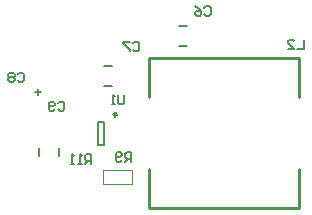
<source format=gbo>
G04 Layer_Color=13813960*
%FSLAX24Y24*%
%MOIN*%
G70*
G01*
G75*
%ADD24C,0.0100*%
%ADD27C,0.0079*%
%ADD29C,0.0098*%
%ADD53C,0.0059*%
%ADD54C,0.0039*%
D24*
X34636Y31082D02*
Y32382D01*
X39636D01*
Y31082D02*
Y32382D01*
X34636Y27382D02*
Y28682D01*
X39636Y27382D02*
Y28682D01*
X34636Y27382D02*
X39636D01*
D27*
X33140Y32116D02*
X33415D01*
X33140Y31447D02*
X33415D01*
X30965Y29134D02*
Y29409D01*
X31634Y29134D02*
Y29409D01*
X32933Y29478D02*
Y30266D01*
X33130Y29478D02*
Y30266D01*
X32933Y29478D02*
X33130D01*
X32933Y30266D02*
X33130D01*
X35630Y32805D02*
X35906D01*
X35630Y33474D02*
X35906D01*
D29*
X33465Y30502D02*
G03*
X33474Y30531I49J0D01*
G01*
D53*
X33810Y31170D02*
Y30908D01*
X33758Y30855D01*
X33653D01*
X33600Y30908D01*
Y31170D01*
X33495Y30855D02*
X33391D01*
X33443D01*
Y31170D01*
X33495Y31118D01*
X32703Y28870D02*
Y29184D01*
X32546D01*
X32493Y29132D01*
Y29027D01*
X32546Y28974D01*
X32703D01*
X32598D02*
X32493Y28870D01*
X32388D02*
X32283D01*
X32336D01*
Y29184D01*
X32388Y29132D01*
X32126Y28870D02*
X32021D01*
X32073D01*
Y29184D01*
X32126Y29132D01*
X34050Y28937D02*
Y29251D01*
X33892D01*
X33840Y29199D01*
Y29094D01*
X33892Y29041D01*
X34050D01*
X33945D02*
X33840Y28937D01*
X33735Y28989D02*
X33682Y28937D01*
X33577D01*
X33525Y28989D01*
Y29199D01*
X33577Y29251D01*
X33682D01*
X33735Y29199D01*
Y29146D01*
X33682Y29094D01*
X33525D01*
X39790Y33005D02*
Y32690D01*
X39581D01*
X39266D02*
X39476D01*
X39266Y32900D01*
Y32952D01*
X39318Y33005D01*
X39423D01*
X39476Y32952D01*
X31609Y30889D02*
X31662Y30942D01*
X31767D01*
X31819Y30889D01*
Y30680D01*
X31767Y30627D01*
X31662D01*
X31609Y30680D01*
X31504D02*
X31452Y30627D01*
X31347D01*
X31294Y30680D01*
Y30889D01*
X31347Y30942D01*
X31452D01*
X31504Y30889D01*
Y30837D01*
X31452Y30784D01*
X31294D01*
X30263Y31857D02*
X30315Y31909D01*
X30420D01*
X30472Y31857D01*
Y31647D01*
X30420Y31594D01*
X30315D01*
X30263Y31647D01*
X30158Y31857D02*
X30105Y31909D01*
X30000D01*
X29948Y31857D01*
Y31804D01*
X30000Y31752D01*
X29948Y31699D01*
Y31647D01*
X30000Y31594D01*
X30105D01*
X30158Y31647D01*
Y31699D01*
X30105Y31752D01*
X30158Y31804D01*
Y31857D01*
X30105Y31752D02*
X30000D01*
X34097Y32882D02*
X34150Y32935D01*
X34255D01*
X34307Y32882D01*
Y32672D01*
X34255Y32620D01*
X34150D01*
X34097Y32672D01*
X33992Y32935D02*
X33782D01*
Y32882D01*
X33992Y32672D01*
Y32620D01*
X36483Y34071D02*
X36535Y34124D01*
X36640D01*
X36693Y34071D01*
Y33862D01*
X36640Y33809D01*
X36535D01*
X36483Y33862D01*
X36168Y34124D02*
X36273Y34071D01*
X36378Y33966D01*
Y33862D01*
X36326Y33809D01*
X36221D01*
X36168Y33862D01*
Y33914D01*
X36221Y33966D01*
X36378D01*
X30826Y31272D02*
X31036D01*
X30931Y31167D02*
Y31377D01*
D54*
X33091Y28199D02*
Y28652D01*
X34075D01*
Y28199D02*
Y28652D01*
X33091Y28199D02*
X34075D01*
M02*

</source>
